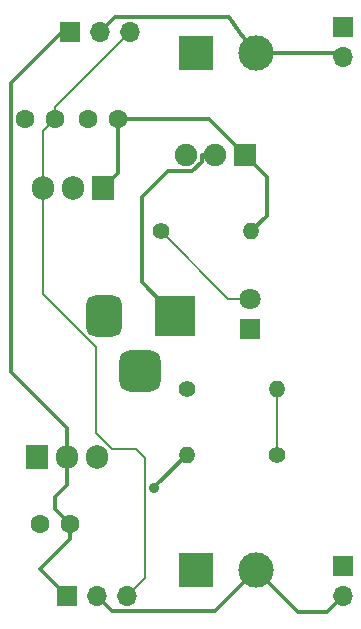
<source format=gtl>
%TF.GenerationSoftware,KiCad,Pcbnew,8.0.1*%
%TF.CreationDate,2024-06-29T09:30:56+05:30*%
%TF.ProjectId,BREADBOARD POWER SUPPLY PCB,42524541-4442-44f4-9152-4420504f5745,rev?*%
%TF.SameCoordinates,Original*%
%TF.FileFunction,Copper,L1,Top*%
%TF.FilePolarity,Positive*%
%FSLAX46Y46*%
G04 Gerber Fmt 4.6, Leading zero omitted, Abs format (unit mm)*
G04 Created by KiCad (PCBNEW 8.0.1) date 2024-06-29 09:30:56*
%MOMM*%
%LPD*%
G01*
G04 APERTURE LIST*
G04 Aperture macros list*
%AMRoundRect*
0 Rectangle with rounded corners*
0 $1 Rounding radius*
0 $2 $3 $4 $5 $6 $7 $8 $9 X,Y pos of 4 corners*
0 Add a 4 corners polygon primitive as box body*
4,1,4,$2,$3,$4,$5,$6,$7,$8,$9,$2,$3,0*
0 Add four circle primitives for the rounded corners*
1,1,$1+$1,$2,$3*
1,1,$1+$1,$4,$5*
1,1,$1+$1,$6,$7*
1,1,$1+$1,$8,$9*
0 Add four rect primitives between the rounded corners*
20,1,$1+$1,$2,$3,$4,$5,0*
20,1,$1+$1,$4,$5,$6,$7,0*
20,1,$1+$1,$6,$7,$8,$9,0*
20,1,$1+$1,$8,$9,$2,$3,0*%
G04 Aperture macros list end*
%TA.AperFunction,ComponentPad*%
%ADD10O,1.905000X2.000000*%
%TD*%
%TA.AperFunction,ComponentPad*%
%ADD11R,1.905000X2.000000*%
%TD*%
%TA.AperFunction,ComponentPad*%
%ADD12C,1.900000*%
%TD*%
%TA.AperFunction,ComponentPad*%
%ADD13R,1.900000X1.900000*%
%TD*%
%TA.AperFunction,ComponentPad*%
%ADD14O,1.400000X1.400000*%
%TD*%
%TA.AperFunction,ComponentPad*%
%ADD15C,1.400000*%
%TD*%
%TA.AperFunction,ComponentPad*%
%ADD16C,3.000000*%
%TD*%
%TA.AperFunction,ComponentPad*%
%ADD17R,3.000000X3.000000*%
%TD*%
%TA.AperFunction,ComponentPad*%
%ADD18R,3.500000X3.500000*%
%TD*%
%TA.AperFunction,ComponentPad*%
%ADD19RoundRect,0.750000X-0.750000X-1.000000X0.750000X-1.000000X0.750000X1.000000X-0.750000X1.000000X0*%
%TD*%
%TA.AperFunction,ComponentPad*%
%ADD20RoundRect,0.875000X-0.875000X-0.875000X0.875000X-0.875000X0.875000X0.875000X-0.875000X0.875000X0*%
%TD*%
%TA.AperFunction,ComponentPad*%
%ADD21R,1.700000X1.700000*%
%TD*%
%TA.AperFunction,ComponentPad*%
%ADD22O,1.700000X1.700000*%
%TD*%
%TA.AperFunction,ComponentPad*%
%ADD23C,1.800000*%
%TD*%
%TA.AperFunction,ComponentPad*%
%ADD24R,1.800000X1.800000*%
%TD*%
%TA.AperFunction,ComponentPad*%
%ADD25C,1.600000*%
%TD*%
%TA.AperFunction,ViaPad*%
%ADD26C,0.900000*%
%TD*%
%TA.AperFunction,Conductor*%
%ADD27C,0.350000*%
%TD*%
%TA.AperFunction,Conductor*%
%ADD28C,0.200000*%
%TD*%
G04 APERTURE END LIST*
D10*
%TO.P,U2,3,VI*%
%TO.N,/12V*%
X116586000Y-102291000D03*
%TO.P,U2,2,VO*%
%TO.N,/3.3V*%
X114046000Y-102291000D03*
D11*
%TO.P,U2,1,ADJ*%
%TO.N,Net-(U2-ADJ)*%
X111506000Y-102291000D03*
%TD*%
%TO.P,U1,1,VI*%
%TO.N,/12V*%
X117094000Y-79502000D03*
D10*
%TO.P,U1,2,GND*%
%TO.N,GND*%
X114554000Y-79502000D03*
%TO.P,U1,3,VO*%
%TO.N,/5V*%
X112014000Y-79502000D03*
%TD*%
D12*
%TO.P,S1,3*%
%TO.N,unconnected-(S1-Pad3)*%
X124088000Y-76708000D03*
%TO.P,S1,2*%
%TO.N,/PWR_input*%
X126588000Y-76708000D03*
D13*
%TO.P,S1,1*%
%TO.N,/12V*%
X129088000Y-76708000D03*
%TD*%
D14*
%TO.P,R3,2*%
%TO.N,Net-(U2-ADJ)*%
X131808000Y-96520000D03*
D15*
%TO.P,R3,1*%
%TO.N,GND*%
X124188000Y-96520000D03*
%TD*%
D14*
%TO.P,R2,2*%
%TO.N,/3.3V*%
X124188000Y-102108000D03*
D15*
%TO.P,R2,1*%
%TO.N,Net-(U2-ADJ)*%
X131808000Y-102108000D03*
%TD*%
%TO.P,R1,1*%
%TO.N,Net-(D1-A)*%
X122000000Y-83175000D03*
D14*
%TO.P,R1,2*%
%TO.N,/12V*%
X129620000Y-83175000D03*
%TD*%
D16*
%TO.P,J7,2,Pin_2*%
%TO.N,/PWR_OUT_BOT*%
X130048000Y-111880000D03*
D17*
%TO.P,J7,1,Pin_1*%
%TO.N,GND*%
X124968000Y-111880000D03*
%TD*%
D18*
%TO.P,J6,1*%
%TO.N,/PWR_input*%
X123225000Y-90325000D03*
D19*
%TO.P,J6,2*%
%TO.N,GND*%
X117225000Y-90325000D03*
D20*
%TO.P,J6,3*%
X120225000Y-95025000D03*
%TD*%
D17*
%TO.P,J5,1,Pin_1*%
%TO.N,GND*%
X124968000Y-68072000D03*
D16*
%TO.P,J5,2,Pin_2*%
%TO.N,/PWR_OUT_TOP*%
X130048000Y-68072000D03*
%TD*%
D21*
%TO.P,J4,1,Pin_1*%
%TO.N,/3.3V*%
X114046000Y-114080000D03*
D22*
%TO.P,J4,2,Pin_2*%
%TO.N,/PWR_OUT_BOT*%
X116586000Y-114080000D03*
%TO.P,J4,3,Pin_3*%
%TO.N,/5V*%
X119126000Y-114080000D03*
%TD*%
D21*
%TO.P,J3,1,Pin_1*%
%TO.N,/3.3V*%
X114315000Y-66294000D03*
D22*
%TO.P,J3,2,Pin_2*%
%TO.N,/PWR_OUT_TOP*%
X116855000Y-66294000D03*
%TO.P,J3,3,Pin_3*%
%TO.N,/5V*%
X119395000Y-66294000D03*
%TD*%
%TO.P,J2,2,Pin_2*%
%TO.N,/PWR_OUT_BOT*%
X137410000Y-114070000D03*
D21*
%TO.P,J2,1,Pin_1*%
%TO.N,GND*%
X137410000Y-111530000D03*
%TD*%
D22*
%TO.P,J1,2,Pin_2*%
%TO.N,/PWR_OUT_TOP*%
X137410000Y-68412000D03*
D21*
%TO.P,J1,1,Pin_1*%
%TO.N,GND*%
X137410000Y-65872000D03*
%TD*%
D23*
%TO.P,D1,2,A*%
%TO.N,Net-(D1-A)*%
X129508000Y-88900000D03*
D24*
%TO.P,D1,1,K*%
%TO.N,GND*%
X129508000Y-91440000D03*
%TD*%
D25*
%TO.P,C3,1*%
%TO.N,/3.3V*%
X114280000Y-107950000D03*
%TO.P,C3,2*%
%TO.N,GND*%
X111780000Y-107950000D03*
%TD*%
%TO.P,C2,1*%
%TO.N,/5V*%
X113010000Y-73660000D03*
%TO.P,C2,2*%
%TO.N,GND*%
X110510000Y-73660000D03*
%TD*%
%TO.P,C1,1*%
%TO.N,/12V*%
X118344000Y-73660000D03*
%TO.P,C1,2*%
%TO.N,GND*%
X115844000Y-73660000D03*
%TD*%
D26*
%TO.N,/3.3V*%
X121450000Y-104902000D03*
%TD*%
D27*
%TO.N,/PWR_OUT_TOP*%
X128725000Y-66350000D02*
X130048000Y-68072000D01*
X127744000Y-65019000D02*
X128725000Y-66350000D01*
X118130000Y-65019000D02*
X127744000Y-65019000D01*
X116855000Y-66294000D02*
X118130000Y-65019000D01*
X137070000Y-68072000D02*
X137410000Y-68412000D01*
X130048000Y-68072000D02*
X137070000Y-68072000D01*
%TO.N,/PWR_OUT_BOT*%
X133571000Y-115403000D02*
X136077000Y-115403000D01*
X136077000Y-115403000D02*
X137410000Y-114070000D01*
X130048000Y-111880000D02*
X133571000Y-115403000D01*
X126573000Y-115355000D02*
X130048000Y-111880000D01*
X117861000Y-115355000D02*
X126573000Y-115355000D01*
X116586000Y-114080000D02*
X117861000Y-115355000D01*
%TO.N,/PWR_input*%
X122577000Y-78083000D02*
X120396000Y-80264000D01*
X124657544Y-78083000D02*
X122577000Y-78083000D01*
X125463000Y-77277544D02*
X124657544Y-78083000D01*
X126588000Y-76708000D02*
X125463000Y-76708000D01*
X125463000Y-76708000D02*
X125463000Y-77277544D01*
X120396000Y-87496000D02*
X123225000Y-90325000D01*
X120396000Y-80264000D02*
X120396000Y-87496000D01*
%TO.N,/12V*%
X130948000Y-81847000D02*
X129620000Y-83175000D01*
X129088000Y-76708000D02*
X130948000Y-78568000D01*
X130948000Y-78568000D02*
X130948000Y-81847000D01*
D28*
%TO.N,Net-(D1-A)*%
X127725000Y-88900000D02*
X129508000Y-88900000D01*
X122000000Y-83175000D02*
X127725000Y-88900000D01*
D27*
%TO.N,/3.3V*%
X114280000Y-109240000D02*
X114280000Y-107950000D01*
X111760000Y-111760000D02*
X114280000Y-109240000D01*
X114046000Y-114046000D02*
X111760000Y-111760000D01*
X114046000Y-114080000D02*
X114046000Y-114046000D01*
X114046000Y-108184000D02*
X114280000Y-107950000D01*
X113030000Y-106700000D02*
X114280000Y-107950000D01*
X113030000Y-105664000D02*
X113030000Y-106700000D01*
X114046000Y-104648000D02*
X113030000Y-105664000D01*
X114046000Y-102291000D02*
X114046000Y-104648000D01*
X114280000Y-102525000D02*
X114046000Y-102291000D01*
X121450000Y-104846000D02*
X121450000Y-104902000D01*
X124188000Y-102108000D02*
X121450000Y-104846000D01*
D28*
%TO.N,/5V*%
X120650000Y-112556000D02*
X119126000Y-114080000D01*
X120650000Y-102362000D02*
X120650000Y-112556000D01*
X119888000Y-101600000D02*
X120650000Y-102362000D01*
X117856000Y-101600000D02*
X119888000Y-101600000D01*
X116524076Y-100268076D02*
X117856000Y-101600000D01*
X116524076Y-92993002D02*
X116524076Y-100268076D01*
X112014000Y-88482926D02*
X116524076Y-92993002D01*
X112014000Y-79502000D02*
X112014000Y-88482926D01*
D27*
%TO.N,/3.3V*%
X114046000Y-99822000D02*
X109285000Y-95061000D01*
X114046000Y-102291000D02*
X114046000Y-99822000D01*
D28*
%TO.N,Net-(U2-ADJ)*%
X131808000Y-102108000D02*
X131808000Y-96520000D01*
%TO.N,/5V*%
X113010000Y-72679000D02*
X113010000Y-73660000D01*
X119395000Y-66294000D02*
X113010000Y-72679000D01*
D27*
%TO.N,/3.3V*%
X113624000Y-66294000D02*
X109285000Y-70633000D01*
X114315000Y-66294000D02*
X113624000Y-66294000D01*
D28*
%TO.N,/5V*%
X112014000Y-74656000D02*
X113010000Y-73660000D01*
X112014000Y-79502000D02*
X112014000Y-74656000D01*
D27*
%TO.N,/12V*%
X118344000Y-78252000D02*
X117094000Y-79502000D01*
X118344000Y-73660000D02*
X118344000Y-78252000D01*
X126040000Y-73660000D02*
X129088000Y-76708000D01*
X118344000Y-73660000D02*
X126040000Y-73660000D01*
%TO.N,/3.3V*%
X109285000Y-70633000D02*
X109285000Y-95061000D01*
%TO.N,/PWR_OUT_TOP*%
X130388000Y-68412000D02*
X130048000Y-68072000D01*
%TD*%
M02*

</source>
